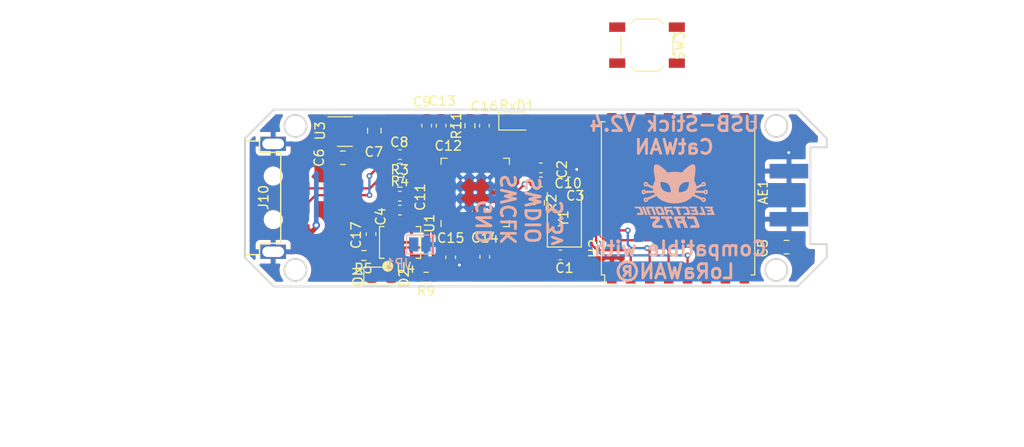
<source format=kicad_pcb>
(kicad_pcb (version 20211014) (generator pcbnew)
  (title_block (title "CatWAN USB-Stick") (date "2019-05-28") (rev "v2.4") (company "Electronic Cats") (comment 1 "Eduardo Contreras"))
  (layers (0 "F.Cu" signal) (31 "B.Cu" signal) (34 "B.Paste" user) (35 "F.Paste" user) (36 "B.SilkS" user "B.Silkscreen") (37 "F.SilkS" user "F.Silkscreen") (38 "B.Mask" user) (39 "F.Mask" user) (44 "Edge.Cuts" user))
  (net 0 "")
  (net 1 "GND")
  (net 2 "Net-(AE1-Pad1)")
  (net 3 "+3V3")
  (net 4 "Net-(C3-Pad1)")
  (net 7 "/RST")
  (net 8 "/DIO0")
  (net 9 "/DIO1")
  (net 10 "/DIO2")
  (net 11 "/DIO5")
  (net 12 "/SS")
  (net 13 "/MOSI")
  (net 14 "/SCK")
  (net 15 "/MISO")
  (net 16 "/RFM_RST")
  (net 17 "Net-(C1-Pad1)")
  (net 18 "+1V2")
  (net 19 "VBUS")
  (net 20 "/D-")
  (net 21 "/D+")
  (net 22 "Net-(D1-Pad2)")
  (net 23 "Net-(D2-Pad2)")
  (net 24 "/QSPI_CS")
  (net 25 "Net-(R2-Pad2)")
  (net 26 "/RD+")
  (net 27 "/RD-")
  (net 28 "/RX_LED")
  (net 49 "/QSPI_DATA3")
  (net 50 "/QSPI_SCK")
  (net 51 "/QSPI_DATA0")
  (net 52 "/QSPI_DATA2")
  (net 53 "/QSPI_DATA1")
  (footprint "agroin:SMA_EDGE" (layer "F.Cu") (at 176.292 113.8224 180)
    (fp_text reference "AE1" (at 5.332 1.7324 270) (layer "F.SilkS") (effects (font (size 0.9652 0.9652)) (justify right top)))
    (fp_text value "Antenna_Shield")
    (pad "1" smd rect locked (at 3.048 0 270) (size 1.016 2.032) (layers "F.Cu" "F.Paste" "F.Mask") (net 2 "Net-(AE1-Pad1)"))
    (pad "2" smd rect locked (at 2.032 -2.54 270) (size 1.524 4.064) (layers "B.Cu" "B.Paste" "B.Mask") (net 1 "GND"))
    (pad "2" smd rect locked (at 2.032 2.54 270) (size 1.524 4.064) (layers "F.Cu" "F.Paste" "F.Mask") (net 1 "GND"))
    (pad "2" smd rect locked (at 2.032 2.54 270) (size 1.524 4.064) (layers "B.Cu" "B.Paste" "B.Mask") (net 1 "GND"))
    (pad "2" smd rect locked (at 2.032 -2.54 270) (size 1.524 4.064) (layers "F.Cu" "F.Paste" "F.Mask") (net 1 "GND"))
  )
  (footprint "Connectors:C46394" (layer "F.Cu") (at 122.225 114.1 90)
    (fp_text reference "J10" (at 0.03 -3.465 90) (layer "F.SilkS"))
    (fp_text value "USB_B")
    (pad "" np_thru_hole circle locked (at 2.3 -2.45 90) (size 1 1) (drill 1) (layers *.Cu *.Mask))
    (pad "" np_thru_hole circle locked (at -2.3 -2.45 90) (size 1 1) (drill 1) (layers *.Cu *.Mask))
    (pad "1" smd rect locked (at -3.5 0 90) (size 1.4 2.8) (layers "F.Cu" "F.Paste" "F.Mask") (net 19 "VBUS"))
    (pad "2" smd rect locked (at -1 0 90) (size 1.4 2.8) (layers "F.Cu" "F.Paste" "F.Mask") (net 20 "/D-"))
    (pad "3" smd rect locked (at 1 0 90) (size 1.4 2.8) (layers "F.Cu" "F.Paste" "F.Mask") (net 21 "/D+"))
    (pad "4" smd rect locked (at 3.5 0 90) (size 1.4 2.8) (layers "F.Cu" "F.Paste" "F.Mask") (net 1 "GND"))
    (pad "5" thru_hole rect locked (at 5.7 -2.45 90) (size 1.5 2.7) (drill oval 1.1 2.3) (layers *.Cu *.Mask) (net 1 "GND"))
    (pad "5" thru_hole rect locked (at -5.7 -2.45 90) (size 1.5 2.7) (drill oval 1.1 2.3) (layers *.Cu *.Mask) (net 1 "GND"))
  )
  (footprint "RF_Module:HOPERF_RFM9XW_SMD" (layer "F.Cu") (at 162.55 114.15 90)
    (fp_text reference "U2" (at -5.3 -8.9 90) (layer "F.SilkS"))
    (fp_text value "RFM95W-868S2")
    (pad "1" smd rect locked (at -8 -7 90) (size 2 1) (layers "F.Cu" "F.Paste" "F.Mask") (net 1 "GND"))
    (pad "2" smd rect locked (at -8 -5 90) (size 2 1) (layers "F.Cu" "F.Paste" "F.Mask") (net 15 "/MISO"))
    (pad "3" smd rect locked (at -8 -3 90) (size 2 1) (layers "F.Cu" "F.Paste" "F.Mask") (net 13 "/MOSI"))
    (pad "4" smd rect locked (at -8 -1 90) (size 2 1) (layers "F.Cu" "F.Paste" "F.Mask") (net 14 "/SCK"))
    (pad "5" smd rect locked (at -8 1 90) (size 2 1) (layers "F.Cu" "F.Paste" "F.Mask") (net 12 "/SS"))
    (pad "6" smd rect locked (at -8 3 90) (size 2 1) (layers "F.Cu" "F.Paste" "F.Mask") (net 16 "/RFM_RST"))
    (pad "7" smd rect locked (at -8 5 90) (size 2 1) (layers "F.Cu" "F.Paste" "F.Mask") (net 11 "/DIO5"))
    (pad "8" smd rect locked (at -8 7 90) (size 2 1) (layers "F.Cu" "F.Paste" "F.Mask") (net 1 "GND"))
    (pad "9" smd rect locked (at 8 7 90) (size 2 1) (layers "F.Cu" "F.Paste" "F.Mask") (net 2 "Net-(AE1-Pad1)"))
    (pad "10" smd rect locked (at 8 5 90) (size 2 1) (layers "F.Cu" "F.Paste" "F.Mask") (net 1 "GND"))
    (pad "11" smd rect locked (at 8 3 90) (size 2 1) (layers "F.Cu" "F.Paste" "F.Mask"))
    (pad "12" smd rect locked (at 8 1 90) (size 2 1) (layers "F.Cu" "F.Paste" "F.Mask"))
    (pad "13" smd rect locked (at 8 -1 90) (size 2 1) (layers "F.Cu" "F.Paste" "F.Mask") (net 3 "+3V3"))
    (pad "14" smd rect locked (at 8 -3 90) (size 2 1) (layers "F.Cu" "F.Paste" "F.Mask") (net 8 "/DIO0"))
    (pad "15" smd rect locked (at 8 -5 90) (size 2 1) (layers "F.Cu" "F.Paste" "F.Mask") (net 9 "/DIO1"))
    (pad "16" smd rect locked (at 8 -7 90) (size 2 1) (layers "F.Cu" "F.Paste" "F.Mask") (net 10 "/DIO2"))
  )
  (footprint "Resistor_SMD:R_0603_1608Metric" (layer "F.Cu") (at 135.93 122.49 180)
    (fp_text reference "R9" (at 0 -1.43 180) (layer "F.SilkS"))
    (fp_text value "120R")
    (pad "1" smd roundrect locked (at -0.825 0 180) (size 0.8 0.95) (layers "F.Cu" "F.Paste" "F.Mask") (net 3 "+3V3"))
    (pad "2" smd roundrect locked (at 0.825 0 180) (size 0.8 0.95) (layers "F.Cu" "F.Paste" "F.Mask") (net 23 "Net-(D2-Pad2)"))
  )
  (footprint "Resistor_SMD:R_0603_1608Metric" (layer "F.Cu") (at 140.565 106.475 90)
    (fp_text reference "R11" (at 0 -1.43 90) (layer "F.SilkS"))
    (fp_text value "120R")
    (pad "1" smd roundrect locked (at -0.825 0 90) (size 0.8 0.95) (layers "F.Cu" "F.Paste" "F.Mask") (net 28 "/RX_LED"))
    (pad "2" smd roundrect locked (at 0.825 0 90) (size 0.8 0.95) (layers "F.Cu" "F.Paste" "F.Mask") (net 22 "Net-(D1-Pad2)"))
  )
  (footprint "Capacitor_SMD:C_0805_2012Metric_Pad1.15x1.40mm_HandSolder" (layer "F.Cu") (at 174.01 119.31)
    (fp_text reference "C5" (at -2.51 0.12 90) (layer "F.SilkS"))
    (fp_text value "0.1uF")
    (pad "1" smd roundrect locked (at -1.025 0) (size 1.15 1.4) (layers "F.Cu" "F.Paste" "F.Mask") (roundrect_rratio 0.217391) (net 3 "+3V3"))
    (pad "2" smd roundrect locked (at 1.025 0) (size 1.15 1.4) (layers "F.Cu" "F.Paste" "F.Mask") (roundrect_rratio 0.217391) (net 1 "GND"))
  )
  (footprint "Capacitor_SMD:C_0805_2012Metric_Pad1.15x1.40mm_HandSolder" (layer "F.Cu") (at 127.135 109.87)
    (fp_text reference "C6" (at -2.51 -0.005 90) (layer "F.SilkS"))
    (fp_text value "10uF")
    (pad "1" smd roundrect locked (at -1.025 0) (size 1.15 1.4) (layers "F.Cu" "F.Paste" "F.Mask") (roundrect_rratio 0.217391) (net 19 "VBUS"))
    (pad "2" smd roundrect locked (at 1.025 0) (size 1.15 1.4) (layers "F.Cu" "F.Paste" "F.Mask") (roundrect_rratio 0.217391) (net 1 "GND"))
  )
  (footprint "Capacitor_SMD:C_0805_2012Metric_Pad1.15x1.40mm_HandSolder" (layer "F.Cu") (at 130.46 107 90)
    (fp_text reference "C7" (at -2.255 -0.05) (layer "F.SilkS"))
    (fp_text value "10uF")
    (pad "1" smd roundrect locked (at -1.025 0 90) (size 1.15 1.4) (layers "F.Cu" "F.Paste" "F.Mask") (roundrect_rratio 0.217391) (net 3 "+3V3"))
    (pad "2" smd roundrect locked (at 1.025 0 90) (size 1.15 1.4) (layers "F.Cu" "F.Paste" "F.Mask") (roundrect_rratio 0.217391) (net 1 "GND"))
  )
  (footprint "LED_SMD:LED_0805_2012Metric_Pad1.15x1.40mm_HandSolder" (layer "F.Cu") (at 145.4725 105.98)
    (fp_text reference "D1" (at 0.97 -1.63) (layer "F.SilkS"))
    (fp_text value "Rx" (at -0.9 -1.66) (layer "F.SilkS"))
    (pad "1" smd roundrect locked (at -1.025 0) (size 1.15 1.4) (layers "F.Cu" "F.Paste" "F.Mask") (roundrect_rratio 0.217391) (net 1 "GND"))
    (pad "2" smd roundrect locked (at 1.025 0) (size 1.15 1.4) (layers "F.Cu" "F.Paste" "F.Mask") (roundrect_rratio 0.217391) (net 22 "Net-(D1-Pad2)"))
  )
  (footprint "LED_SMD:LED_0805_2012Metric_Pad1.15x1.40mm_HandSolder" (layer "F.Cu") (at 131.21 122.38)
    (fp_text reference "D2" (at 2.38 0.16 270) (layer "F.SilkS"))
    (fp_text value "ON")
    (pad "1" smd roundrect locked (at -1.025 0) (size 1.15 1.4) (layers "F.Cu" "F.Paste" "F.Mask") (roundrect_rratio 0.217391) (net 1 "GND"))
    (pad "2" smd roundrect locked (at 1.025 0) (size 1.15 1.4) (layers "F.Cu" "F.Paste" "F.Mask") (roundrect_rratio 0.217391) (net 23 "Net-(D2-Pad2)"))
  )
  (footprint "Crystal:Crystal_SMD_5032-2Pin_5.0x3.2mm" (layer "F.Cu") (at 150.535 116.25 90)
    (fp_text reference "Y1" (at -0.04 -0.09 90) (layer "F.SilkS"))
    (fp_text value "12Mhz")
    (pad "1" smd rect (at -1.85 0 90) (size 2 2.4) (layers "F.Cu" "F.Paste" "F.Mask") (net 17 "Net-(C1-Pad1)"))
    (pad "2" smd rect (at 1.85 0 90) (size 2 2.4) (layers "F.Cu" "F.Paste" "F.Mask") (net 4 "Net-(C3-Pad1)"))
  )
  (footprint "Capacitor_SMD:C_0603_1608Metric" (layer "F.Cu") (at 151.02 112.42)
    (fp_text reference "C3" (at 0.67 1.46) (layer "F.SilkS"))
    (fp_text value "27pF")
    (pad "1" smd roundrect (at -0.775 0) (size 0.9 0.95) (layers "F.Cu" "F.Paste" "F.Mask") (net 4 "Net-(C3-Pad1)"))
    (pad "2" smd roundrect (at 0.775 0) (size 0.9 0.95) (layers "F.Cu" "F.Paste" "F.Mask") (net 1 "GND"))
  )
  (footprint "Capacitor_SMD:C_0603_1608Metric" (layer "F.Cu") (at 130.11 117.93 -90)
    (fp_text reference "C17" (at 0.12 1.58 90) (layer "F.SilkS"))
    (fp_text value "0.1uF")
    (pad "1" smd roundrect (at -0.775 0 270) (size 0.9 0.95) (layers "F.Cu" "F.Paste" "F.Mask") (net 3 "+3V3"))
    (pad "2" smd roundrect (at 0.775 0 270) (size 0.9 0.95) (layers "F.Cu" "F.Paste" "F.Mask") (net 1 "GND"))
  )
  (footprint "Capacitor_SMD:C_0603_1608Metric" (layer "F.Cu") (at 135.99 106.475 90)
    (fp_text reference "C9" (at 2.53 -0.49) (layer "F.SilkS"))
    (fp_text value "1uF")
    (pad "1" smd roundrect (at -0.775 0 90) (size 0.9 0.95) (layers "F.Cu" "F.Paste" "F.Mask") (net 3 "+3V3"))
    (pad "2" smd roundrect (at 0.775 0 90) (size 0.9 0.95) (layers "F.Cu" "F.Paste" "F.Mask") (net 1 "GND"))
  )
  (footprint "Capacitor_SMD:C_0603_1608Metric" (layer "F.Cu") (at 142.13 120.33 -90)
    (fp_text reference "C14" (at -2.01 0) (layer "F.SilkS"))
    (fp_text value "0.1uF")
    (pad "1" smd roundrect (at -0.775 0 270) (size 0.9 0.95) (layers "F.Cu" "F.Paste" "F.Mask") (net 3 "+3V3"))
    (pad "2" smd roundrect (at 0.775 0 270) (size 0.9 0.95) (layers "F.Cu" "F.Paste" "F.Mask") (net 1 "GND"))
  )
  (footprint "Capacitor_SMD:C_0603_1608Metric" (layer "F.Cu") (at 139.04 106.475 90)
    (fp_text reference "C12" (at -2.13 -0.77 180) (layer "F.SilkS"))
    (fp_text value "0.1uF")
    (pad "1" smd roundrect (at -0.775 0 90) (size 0.9 0.95) (layers "F.Cu" "F.Paste" "F.Mask") (net 3 "+3V3"))
    (pad "2" smd roundrect (at 0.775 0 90) (size 0.9 0.95) (layers "F.Cu" "F.Paste" "F.Mask") (net 1 "GND"))
  )
  (footprint "Capacitor_SMD:C_0603_1608Metric" (layer "F.Cu") (at 142.09 106.475 90)
    (fp_text reference "C16" (at 2.03 0) (layer "F.SilkS"))
    (fp_text value "0.1uF")
    (pad "1" smd roundrect (at -0.775 0 90) (size 0.9 0.95) (layers "F.Cu" "F.Paste" "F.Mask") (net 3 "+3V3"))
    (pad "2" smd roundrect (at 0.775 0 90) (size 0.9 0.95) (layers "F.Cu" "F.Paste" "F.Mask") (net 1 "GND"))
  )
  (footprint "RP2040:W25Q16JVUUIQ" (layer "F.Cu") (at 133.18 118.8111 90)
    (fp_text reference "U4" (at -2.7011 0.5911) (layer "F.SilkS"))
    (fp_text value "W25Q16JV")
    (pad "1" smd rect (at -1.3692 -1.20015 90) (size 0.960399 0.3056) (layers "F.Cu" "F.Paste" "F.Mask") (net 24 "/QSPI_CS"))
    (pad "2" smd rect (at -1.3692 -0.40005 90) (size 0.960399 0.3056) (layers "F.Cu" "F.Paste" "F.Mask") (net 53 "/QSPI_DATA1"))
    (pad "3" smd rect (at -1.3692 0.40005 90) (size 0.960399 0.3056) (layers "F.Cu" "F.Paste" "F.Mask") (net 52 "/QSPI_DATA2"))
    (pad "4" smd rect (at -1.3692 1.20015 90) (size 0.960399 0.3056) (layers "F.Cu" "F.Paste" "F.Mask") (net 1 "GND"))
    (pad "5" smd rect (at 1.3692 1.20015 90) (size 0.960399 0.3056) (layers "F.Cu" "F.Paste" "F.Mask") (net 51 "/QSPI_DATA0"))
    (pad "6" smd rect (at 1.3692 0.40005 90) (size 0.960399 0.3056) (layers "F.Cu" "F.Paste" "F.Mask") (net 50 "/QSPI_SCK"))
    (pad "7" smd rect (at 1.3692 -0.40005 90) (size 0.960399 0.3056) (layers "F.Cu" "F.Paste" "F.Mask") (net 49 "/QSPI_DATA3"))
    (pad "8" smd rect (at 1.3692 -1.20015 90) (size 0.960399 0.3056) (layers "F.Cu" "F.Paste" "F.Mask") (net 3 "+3V3"))
    (pad "9" smd rect (at 0 -0.84455 90) (size 0.3048 0.889) (layers "F.Cu" "F.Paste" "F.Mask"))
    (pad "10" smd rect (at 0 0.75565 90) (size 0.3048 0.889) (layers "F.Cu" "F.Paste" "F.Mask"))
  )
  (footprint "Capacitor_SMD:C_0603_1608Metric" (layer "F.Cu") (at 138.53 120.38 -90)
    (fp_text reference "C15" (at -2.032 0) (layer "F.SilkS"))
    (fp_text value "0.1uF")
    (pad "1" smd roundrect (at -0.775 0 270) (size 0.9 0.95) (layers "F.Cu" "F.Paste" "F.Mask") (net 3 "+3V3"))
    (pad "2" smd roundrect (at 0.775 0 270) (size 0.9 0.95) (layers "F.Cu" "F.Paste" "F.Mask") (net 1 "GND"))
  )
  (footprint "Button_Switch_SMD:SW_SPST_TL3342" (layer "F.Cu") (at 159.27 97.97)
    (fp_text reference "SW3" (at 3.45 0.04 90) (layer "F.SilkS"))
    (fp_text value "RST")
    (pad "1" smd rect (at -3.15 -1.9) (size 1.7 1) (layers "F.Cu" "F.Paste" "F.Mask") (net 7 "/RST"))
    (pad "1" smd rect (at 3.15 -1.9) (size 1.7 1) (layers "F.Cu" "F.Paste" "F.Mask") (net 7 "/RST"))
    (pad "2" smd rect (at -3.15 1.9) (size 1.7 1) (layers "F.Cu" "F.Paste" "F.Mask") (net 1 "GND"))
    (pad "2" smd rect (at 3.15 1.9) (size 1.7 1) (layers "F.Cu" "F.Paste" "F.Mask") (net 1 "GND"))
  )
  (footprint "Capacitor_SMD:C_0603_1608Metric" (layer "F.Cu") (at 133.16 115.4 180)
    (fp_text reference "C4" (at 2.03 -0.67 90) (layer "F.SilkS"))
    (fp_text value "0.1uF")
    (pad "1" smd roundrect (at -0.775 0 180) (size 0.9 0.95) (layers "F.Cu" "F.Paste" "F.Mask") (net 18 "+1V2"))
    (pad "2" smd roundrect (at 0.775 0 180) (size 0.9 0.95) (layers "F.Cu" "F.Paste" "F.Mask") (net 1 "GND"))
  )
  (footprint "Resistor_SMD:R_0603_1608Metric" (layer "F.Cu") (at 133.15 110.99)
    (fp_text reference "R4" (at 0 1.37) (layer "F.SilkS"))
    (fp_text value "27")
    (pad "1" smd roundrect (at -0.825 0) (size 0.8 0.95) (layers "F.Cu" "F.Paste" "F.Mask") (net 20 "/D-"))
    (pad "2" smd roundrect (at 0.825 0) (size 0.8 0.95) (layers "F.Cu" "F.Paste" "F.Mask") (net 27 "/RD-"))
  )
  (footprint "Capacitor_SMD:C_0603_1608Metric" (layer "F.Cu") (at 133.16 109.53 180)
    (fp_text reference "C8" (at 0.06 1.3) (layer "F.SilkS"))
    (fp_text value "0.1uF")
    (pad "1" smd roundrect (at -0.775 0 180) (size 0.9 0.95) (layers "F.Cu" "F.Paste" "F.Mask") (net 18 "+1V2"))
    (pad "2" smd roundrect (at 0.775 0 180) (size 0.9 0.95) (layers "F.Cu" "F.Paste" "F.Mask") (net 1 "GND"))
  )
  (footprint "Resistor_SMD:R_0603_1608Metric" (layer "F.Cu") (at 147.905 114.625 90)
    (fp_text reference "R2" (at -0.02 1.28 90) (layer "F.SilkS"))
    (fp_text value "1K")
    (pad "1" smd roundrect (at -0.825 0 90) (size 0.8 0.95) (layers "F.Cu" "F.Paste" "F.Mask") (net 4 "Net-(C3-Pad1)"))
    (pad "2" smd roundrect (at 0.825 0 90) (size 0.8 0.95) (layers "F.Cu" "F.Paste" "F.Mask") (net 25 "Net-(R2-Pad2)"))
  )
  (footprint "Resistor_SMD:R_0603_1608Metric" (layer "F.Cu") (at 129.355 120.19)
    (fp_text reference "R5" (at -0.05 1.38) (layer "F.SilkS"))
    (fp_text value "10K")
    (pad "1" smd roundrect (at -0.825 0) (size 0.8 0.95) (layers "F.Cu" "F.Paste" "F.Mask") (net 3 "+3V3"))
    (pad "2" smd roundrect (at 0.825 0) (size 0.8 0.95) (layers "F.Cu" "F.Paste" "F.Mask") (net 24 "/QSPI_CS"))
  )
  (footprint "Resistor_SMD:R_0603_1608Metric" (layer "F.Cu") (at 133.155 112.45)
    (fp_text reference "R3" (at -0.01 -1.3 180) (layer "F.SilkS"))
    (fp_text value "27")
    (pad "1" smd roundrect (at -0.825 0) (size 0.8 0.95) (layers "F.Cu" "F.Paste" "F.Mask") (net 21 "/D+"))
    (pad "2" smd roundrect (at 0.825 0) (size 0.8 0.95) (layers "F.Cu" "F.Paste" "F.Mask") (net 26 "/RD+"))
  )
  (footprint "Capacitor_SMD:C_0603_1608Metric" (layer "F.Cu") (at 137.515 106.475 90)
    (fp_text reference "C13" (at 2.605 0.12 180) (layer "F.SilkS"))
    (fp_text value "0.1uF")
    (pad "1" smd roundrect (at -0.775 0 90) (size 0.9 0.95) (layers "F.Cu" "F.Paste" "F.Mask") (net 3 "+3V3"))
    (pad "2" smd roundrect (at 0.775 0 90) (size 0.9 0.95) (layers "F.Cu" "F.Paste" "F.Mask") (net 1 "GND"))
  )
  (footprint "RP2040:RP2040-QFN-56" (layer "F.Cu") (at 141.12 113.53 90)
    (fp_text reference "U1" (at -3.26 -4.83 90) (layer "F.SilkS"))
    (fp_text value "RP2040")
    (pad "1" smd roundrect (at -3.4375 -2.6 90) (size 0.875 0.2) (layers "F.Cu" "F.Paste" "F.Mask") (net 3 "+3V3"))
    (pad "2" smd roundrect (at -3.4375 -2.2 90) (size 0.875 0.2) (layers "F.Cu" "F.Paste" "F.Mask"))
    (pad "3" smd roundrect (at -3.4375 -1.8 90) (size 0.875 0.2) (layers "F.Cu" "F.Paste" "F.Mask"))
    (pad "4" smd roundrect (at -3.4375 -1.4 90) (size 0.875 0.2) (layers "F.Cu" "F.Paste" "F.Mask"))
    (pad "5" smd roundrect (at -3.4375 -1 90) (size 0.875 0.2) (layers "F.Cu" "F.Paste" "F.Mask"))
    (pad "6" smd roundrect (at -3.4375 -0.6 90) (size 0.875 0.2) (layers "F.Cu" "F.Paste" "F.Mask"))
    (pad "7" smd roundrect (at -3.4375 -0.2 90) (size 0.875 0.2) (layers "F.Cu" "F.Paste" "F.Mask"))
    (pad "8" smd roundrect (at -3.4375 0.2 90) (size 0.875 0.2) (layers "F.Cu" "F.Paste" "F.Mask"))
    (pad "9" smd roundrect (at -3.4375 0.6 90) (size 0.875 0.2) (layers "F.Cu" "F.Paste" "F.Mask"))
    (pad "10" smd roundrect (at -3.4375 1 90) (size 0.875 0.2) (layers "F.Cu" "F.Paste" "F.Mask") (net 3 "+3V3"))
    (pad "11" smd roundrect (at -3.4375 1.4 90) (size 0.875 0.2) (layers "F.Cu" "F.Paste" "F.Mask"))
    (pad "12" smd roundrect (at -3.4375 1.8 90) (size 0.875 0.2) (layers "F.Cu" "F.Paste" "F.Mask"))
    (pad "13" smd roundrect (at -3.4375 2.2 90) (size 0.875 0.2) (layers "F.Cu" "F.Paste" "F.Mask") (net 8 "/DIO0"))
    (pad "14" smd roundrect (at -3.4375 2.6 90) (size 0.875 0.2) (layers "F.Cu" "F.Paste" "F.Mask") (net 9 "/DIO1"))
    (pad "15" smd roundrect (at -2.6 3.4375 90) (size 0.2 0.875) (layers "F.Cu" "F.Paste" "F.Mask") (net 10 "/DIO2"))
    (pad "16" smd roundrect (at -2.2 3.4375 90) (size 0.2 0.875) (layers "F.Cu" "F.Paste" "F.Mask"))
    (pad "17" smd roundrect (at -1.8 3.4375 90) (size 0.2 0.875) (layers "F.Cu" "F.Paste" "F.Mask"))
    (pad "18" smd roundrect (at -1.4 3.4375 90) (size 0.2 0.875) (layers "F.Cu" "F.Paste" "F.Mask") (net 11 "/DIO5"))
    (pad "19" smd roundrect (at -1 3.4375 90) (size 0.2 0.875) (layers "F.Cu" "F.Paste" "F.Mask") (net 1 "GND"))
    (pad "20" smd roundrect (at -0.6 3.4375 90) (size 0.2 0.875) (layers "F.Cu" "F.Paste" "F.Mask") (net 17 "Net-(C1-Pad1)"))
    (pad "21" smd roundrect (at -0.2 3.4375 90) (size 0.2 0.875) (layers "F.Cu" "F.Paste" "F.Mask") (net 25 "Net-(R2-Pad2)"))
    (pad "22" smd roundrect (at 0.2 3.4375 90) (size 0.2 0.875) (layers "F.Cu" "F.Paste" "F.Mask") (net 3 "+3V3"))
    (pad "23" smd roundrect (at 0.6 3.4375 90) (size 0.2 0.875) (layers "F.Cu" "F.Paste" "F.Mask") (net 18 "+1V2"))
    (pad "24" smd roundrect (at 1 3.4375 90) (size 0.2 0.875) (layers "F.Cu" "F.Paste" "F.Mask"))
    (pad "25" smd roundrect (at 1.4 3.4375 90) (size 0.2 0.875) (layers "F.Cu" "F.Paste" "F.Mask"))
    (pad "26" smd roundrect (at 1.8 3.4375 90) (size 0.2 0.875) (layers "F.Cu" "F.Paste" "F.Mask") (net 7 "/RST"))
    (pad "27" smd roundrect (at 2.2 3.4375 90) (size 0.2 0.875) (layers "F.Cu" "F.Paste" "F.Mask") (net 15 "/MISO"))
    (pad "28" smd roundrect (at 2.6 3.4375 90) (size 0.2 0.875) (layers "F.Cu" "F.Paste" "F.Mask") (net 12 "/SS"))
    (pad "29" smd roundrect (at 3.4375 2.6 90) (size 0.875 0.2) (layers "F.Cu" "F.Paste" "F.Mask") (net 14 "/SCK"))
    (pad "30" smd roundrect (at 3.4375 2.2 90) (size 0.875 0.2) (layers "F.Cu" "F.Paste" "F.Mask") (net 13 "/MOSI"))
    (pad "31" smd roundrect (at 3.4375 1.8 90) (size 0.875 0.2) (layers "F.Cu" "F.Paste" "F.Mask"))
    (pad "32" smd roundrect (at 3.4375 1.4 90) (size 0.875 0.2) (layers "F.Cu" "F.Paste" "F.Mask") (net 16 "/RFM_RST"))
    (pad "33" smd roundrect (at 3.4375 1 90) (size 0.875 0.2) (layers "F.Cu" "F.Paste" "F.Mask") (net 3 "+3V3"))
    (pad "34" smd roundrect (at 3.4375 0.6 90) (size 0.875 0.2) (layers "F.Cu" "F.Paste" "F.Mask"))
    (pad "35" smd roundrect (at 3.4375 0.2 90) (size 0.875 0.2) (layers "F.Cu" "F.Paste" "F.Mask"))
    (pad "36" smd roundrect (at 3.4375 -0.2 90) (size 0.875 0.2) (layers "F.Cu" "F.Paste" "F.Mask"))
    (pad "37" smd roundrect (at 3.4375 -0.6 90) (size 0.875 0.2) (layers "F.Cu" "F.Paste" "F.Mask") (net 28 "/RX_LED"))
    (pad "38" smd roundrect (at 3.4375 -1 90) (size 0.875 0.2) (layers "F.Cu" "F.Paste" "F.Mask"))
    (pad "39" smd roundrect (at 3.4375 -1.4 90) (size 0.875 0.2) (layers "F.Cu" "F.Paste" "F.Mask"))
    (pad "40" smd roundrect (at 3.4375 -1.8 90) (size 0.875 0.2) (layers "F.Cu" "F.Paste" "F.Mask"))
    (pad "41" smd roundrect (at 3.4375 -2.2 90) (size 0.875 0.2) (layers "F.Cu" "F.Paste" "F.Mask"))
    (pad "42" smd roundrect (at 3.4375 -2.6 90) (size 0.875 0.2) (layers "F.Cu" "F.Paste" "F.Mask") (net 3 "+3V3"))
    (pad "43" smd roundrect (at 2.6 -3.4375 90) (size 0.2 0.875) (layers "F.Cu" "F.Paste" "F.Mask") (net 3 "+3V3"))
    (pad "44" smd roundrect (at 2.2 -3.4375 90) (size 0.2 0.875) (layers "F.Cu" "F.Paste" "F.Mask") (net 3 "+3V3"))
    (pad "45" smd roundrect (at 1.8 -3.4375 90) (size 0.2 0.875) (layers "F.Cu" "F.Paste" "F.Mask") (net 18 "+1V2"))
    (pad "46" smd roundrect (at 1.4 -3.4375 90) (size 0.2 0.875) (layers "F.Cu" "F.Paste" "F.Mask") (net 27 "/RD-"))
    (pad "47" smd roundrect (at 1 -3.4375 90) (size 0.2 0.875) (layers "F.Cu" "F.Paste" "F.Mask") (net 26 "/RD+"))
    (pad "48" smd roundrect (at 0.6 -3.4375 90) (size 0.2 0.875) (layers "F.Cu" "F.Paste" "F.Mask") (net 3 "+3V3"))
    (pad "49" smd roundrect (at 0.2 -3.4375 90) (size 0.2 0.875) (layers "F.Cu" "F.Paste" "F.Mask") (net 3 "+3V3"))
    (pad "50" smd roundrect (at -0.2 -3.4375 90) (size 0.2 0.875) (layers "F.Cu" "F.Paste" "F.Mask") (net 18 "+1V2"))
    (pad "51" smd roundrect (at -0.6 -3.4375 90) (size 0.2 0.875) (layers "F.Cu" "F.Paste" "F.Mask") (net 49 "/QSPI_DATA3"))
    (pad "52" smd roundrect (at -1 -3.4375 90) (size 0.2 0.875) (layers "F.Cu" "F.Paste" "F.Mask") (net 50 "/QSPI_SCK"))
    (pad "53" smd roundrect (at -1.4 -3.4375 90) (size 0.2 0.875) (layers "F.Cu" "F.Paste" "F.Mask") (net 51 "/QSPI_DATA0"))
    (pad "54" smd roundrect (at -1.8 -3.4375 90) (size 0.2 0.875) (layers "F.Cu" "F.Paste" "F.Mask") (net 52 "/QSPI_DATA2"))
    (pad "55" smd roundrect (at -2.2 -3.4375 90) (size 0.2 0.875) (layers "F.Cu" "F.Paste" "F.Mask") (net 53 "/QSPI_DATA1"))
    (pad "56" smd roundrect (at -2.6 -3.4375 90) (size 0.2 0.875) (layers "F.Cu" "F.Paste" "F.Mask") (net 24 "/QSPI_CS"))
    (pad "57" thru_hole circle (at 0 -1.275 90) (size 0.6 0.6) (drill 0.35) (layers *.Cu) (net 1 "GND"))
    (pad "57" thru_hole circle (at -1.275 -1.275 90) (size 0.6 0.6) (drill 0.35) (layers *.Cu) (net 1 "GND"))
    (pad "57" thru_hole circle (at -1.275 1.275 90) (size 0.6 0.6) (drill 0.35) (layers *.Cu) (net 1 "GND"))
    (pad "57" thru_hole circle (at 0 1.275 90) (size 0.6 0.6) (drill 0.35) (layers *.Cu) (net 1 "GND"))
    (pad "57" thru_hole circle (at -1.275 0 90) (size 0.6 0.6) (drill 0.35) (layers *.Cu) (net 1 "GND"))
    (pad "57" thru_hole circle (at 1.275 -1.275 90) (size 0.6 0.6) (drill 0.35) (layers *.Cu) (net 1 "GND"))
    (pad "57" smd roundrect (at 0 0 90) (size 3.2 3.2) (layers "F.Cu" "F.Mask") (roundrect_rratio 0.045) (net 1 "GND"))
    (pad "57" thru_hole circle (at 1.275 0 90) (size 0.6 0.6) (drill 0.35) (layers *.Cu) (net 1 "GND"))
    (pad "57" thru_hole circle (at 1.275 1.275 90) (size 0.6 0.6) (drill 0.35) (layers *.Cu) (net 1 "GND"))
    (pad "57" thru_hole circle (at 0 0 90) (size 0.6 0.6) (drill 0.35) (layers *.Cu) (net 1 "GND"))
  )
  (footprint "Capacitor_SMD:C_0603_1608Metric" (layer "F.Cu") (at 150.105 120.13)
    (fp_text reference "C1" (at 0.44 1.39) (layer "F.SilkS"))
    (fp_text value "27pF")
    (pad "1" smd roundrect (at -0.775 0) (size 0.9 0.95) (layers "F.Cu" "F.Paste" "F.Mask") (net 17 "Net-(C1-Pad1)"))
    (pad "2" smd roundrect (at 0.775 0) (size 0.9 0.95) (layers "F.Cu" "F.Paste" "F.Mask") (net 1 "GND"))
  )
  (footprint "Capacitor_SMD:C_0603_1608Metric" (layer "F.Cu") (at 133.15 113.93 180)
    (fp_text reference "C11" (at -2.155 -0.1 90) (layer "F.SilkS"))
    (fp_text value "0.1uF")
    (pad "1" smd roundrect (at -0.775 0 180) (size 0.9 0.95) (layers "F.Cu" "F.Paste" "F.Mask") (net 3 "+3V3"))
    (pad "2" smd roundrect (at 0.775 0 180) (size 0.9 0.95) (layers "F.Cu" "F.Paste" "F.Mask") (net 1 "GND"))
  )
  (footprint "Capacitor_SMD:C_0603_1608Metric" (layer "F.Cu") (at 148.06 112.42)
    (fp_text reference "C10" (at 2.87 0.15) (layer "F.SilkS"))
    (fp_text value "0.1uF")
    (pad "1" smd roundrect (at -0.775 0) (size 0.9 0.95) (layers "F.Cu" "F.Paste" "F.Mask") (net 3 "+3V3"))
    (pad "2" smd roundrect (at 0.775 0) (size 0.9 0.95) (layers "F.Cu" "F.Paste" "F.Mask") (net 1 "GND"))
  )
  (footprint "Package_TO_SOT_SMD:SOT-23-5" (layer "F.Cu") (at 127.35 107.1)
    (fp_text reference "U3" (at -2.62 -0.08 90) (layer "F.SilkS"))
    (fp_text value "AP2112K-3.3")
    (pad "1" smd roundrect (at -1.1375 -0.95) (size 1.325 0.6) (layers "F.Cu" "F.Paste" "F.Mask") (net 19 "VBUS"))
    (pad "2" smd roundrect (at -1.1375 0) (size 1.325 0.6) (layers "F.Cu" "F.Paste" "F.Mask") (net 1 "GND"))
    (pad "3" smd roundrect (at -1.1375 0.95) (size 1.325 0.6) (layers "F.Cu" "F.Paste" "F.Mask") (net 19 "VBUS"))
    (pad "4" smd roundrect (at 1.1375 0.95) (size 1.325 0.6) (layers "F.Cu" "F.Paste" "F.Mask"))
    (pad "5" smd roundrect (at 1.1375 -0.95) (size 1.325 0.6) (layers "F.Cu" "F.Paste" "F.Mask") (net 3 "+3V3"))
  )
  (footprint "Capacitor_SMD:C_0603_1608Metric" (layer "F.Cu") (at 148.06 110.94)
    (fp_text reference "C2" (at 2.23 0.15 90) (layer "F.SilkS"))
    (fp_text value "1uF")
    (pad "1" smd roundrect (at -0.775 0) (size 0.9 0.95) (layers "F.Cu" "F.Paste" "F.Mask") (net 18 "+1V2"))
    (pad "2" smd roundrect (at 0.775 0) (size 0.9 0.95) (layers "F.Cu" "F.Paste" "F.Mask") (net 1 "GND"))
  )
  (footprint "Aesthetics:electronic_cats_logo_8x6" (layer "B.Cu") (at 162.192 113.9224 180)
    (fp_text reference "G***" hide)
    (fp_text value "LOGO" hide)
  )
  (footprint "Jumper:SolderJumper-2_P1.3mm_Open_Pad1.0x1.5mm" (layer "B.Cu") (at 135.27 119.03 180)
    (fp_text reference "JP1" (at 2.29 -2.03) (layer "B.SilkS") (effects (justify mirror)))
    (fp_text value "BOOT")
    (pad "1" smd rect (at -0.65 0 180) (size 1 1.5) (layers "B.Cu" "B.Mask") (net 1 "GND"))
    (pad "2" smd rect (at 0.65 0 180) (size 1 1.5) (layers "B.Cu" "B.Mask") (net 24 "/QSPI_CS"))
  )
  (gr_circle (center 172.9232 121.7168) (end 174.0916 121.7168) (layer "Edge.Cuts") (width 0.2) (fill none))
  (gr_line (start 178.2572 120.396) (end 175.2092 123.444) (layer "Edge.Cuts") (width 0.2))
  (gr_line (start 116.7892 107.823) (end 119.8372 104.775) (layer "Edge.Cuts") (width 0.2))
  (gr_line (start 178.2572 118.999) (end 178.2572 120.396) (layer "Edge.Cuts") (width 0.2))
  (gr_circle (center 122.1232 106.5022) (end 123.2916 106.5022) (layer "Edge.Cuts") (width 0.2) (fill none))
  (gr_circle (center 172.9232 106.5022) (end 174.0916 106.5022) (layer "Edge.Cuts") (width 0.2) (fill none))
  (gr_line (start 116.7892 120.4214) (end 119.8372 123.4694) (layer "Edge.Cuts") (width 0.2))
  (gr_line (start 116.7892 107.823) (end 116.7892 120.4214) (layer "Edge.Cuts") (width 0.2))
  (gr_circle (center 122.1232 121.7168) (end 123.2916 121.7168) (layer "Edge.Cuts") (width 0.2) (fill none))
  (gr_line (start 178.2572 107.823) (end 175.2346 104.775) (layer "Edge.Cuts") (width 0.2))
  (gr_line (start 178.2572 107.823) (end 178.2572 108.7628) (layer "Edge.Cuts") (width 0.2))
  (gr_line (start 176.53 108.7628) (end 176.53 118.999) (layer "Edge.Cuts") (width 0.2))
  (gr_line (start 119.8372 123.4694) (end 175.2092 123.444) (layer "Edge.Cuts") (width 0.2))
  (gr_line (start 119.8372 104.775) (end 175.2346 104.775) (layer "Edge.Cuts") (width 0.2))
  (gr_line (start 178.2572 118.999) (end 176.53 118.999) (layer "Edge.Cuts") (width 0.2))
  (gr_line (start 178.2572 108.7628) (end 176.53 108.7628) (layer "Edge.Cuts") (width 0.2))
  (gr_text "Compatible with \nLoRaWAN®" (at 162.192 120.6724) (layer "B.SilkS") (effects (font (size 1.5 1.5) (thickness 0.3)) (justify mirror)))
  (gr_text "GND" (at 142.092 116.6224 90) (layer "B.SilkS") (effects (font (size 1.5 1.5) (thickness 0.3)) (justify mirror)))
  (gr_text "SWCLK" (at 144.692 115.3224 90) (layer "B.SilkS") (effects (font (size 1.5 1.5) (thickness 0.3)) (justify mirror)))
  (gr_text "USB-Stick V2.4\nCatWAN" (at 162.142 107.5224) (layer "B.SilkS") (effects (font (size 1.5 1.5) (thickness 0.3)) (justify mirror)))
  (gr_text "3.3v\n" (at 149.592 116.8224 90) (layer "B.SilkS") (effects (font (size 1.5 1.5) (thickness 0.3)) (justify mirror)))
  (gr_text "SWDIO" (at 147.292 115.4224 90) (layer "B.SilkS") (effects (font (size 1.5 1.5) (thickness 0.3)) (justify mirror)))
  (gr_text "ON" (at 128.74 122.39 90) (layer "F.SilkS") (effects (font (size 1 1))))
  (segment (start 139.405 121.155) (end 139.45 121.2) (width 0.25) (layer "F.Cu") (net 1))
  (segment (start 144.5575 114.53) (end 142.67 114.53) (width 0.25) (layer "F.Cu") (net 1))
  (segment (start 174.26 109.34) (end 174.24 109.32) (width 0.25) (layer "F.Cu") (net 1))
  (segment (start 151.795 111.145) (end 151.84 111.1) (width 0.25) (layer "F.Cu") (net 1))
  (segment (start 174.26 111.2824) (end 174.26 109.34) (width 0.25) (layer "F.Cu") (net 1))
  (segment (start 142.67 114.53) (end 142.395 114.805) (width 0.25) (layer "F.Cu") (net 1))
  (segment (start 138.53 121.155) (end 139.405 121.155) (width 0.25) (layer "F.Cu") (net 1))
  (segment (start 148.835 112.42) (end 148.835 110.94) (width 0.25) (layer "F.Cu") (net 1))
  (segment (start 151.795 112.42) (end 151.795 111.145) (width 0.25) (layer "F.Cu") (net 1))
  (via (at 174.24 109.32) (size 0.6) (drill 0.3) (layers "F.Cu" "B.Cu") (net 1))
  (via (at 139.45 121.2) (size 0.6) (drill 0.3) (layers "F.Cu" "B.Cu") (net 1))
  (via (at 151.84 111.1) (size 0.6) (drill 0.3) (layers "F.Cu" "B.Cu") (net 1))
  (segment (start 169.55 112.66) (end 169.55 106.15) (width 0.25) (layer "F.Cu") (net 2))
  (segment (start 170.7124 113.8224) (end 169.55 112.66) (width 0.25) (layer "F.Cu") (net 2))
  (segment (start 173.244 113.8224) (end 170.7124 113.8224) (width 0.25) (layer "F.Cu") (net 2))
  (segment (start 138.53 119.605) (end 140.065 119.605) (width 0.5) (layer "F.Cu") (net 3))
  (segment (start 138.52 119.595) (end 138.53 119.605) (width 0.25) (layer "F.Cu") (net 3))
  (segment (start 147.285 112.42) (end 146.55 112.42) (width 0.25) (layer "F.Cu") (net 3))
  (segment (start 146.55 112.42) (end 146.32 112.65) (width 0.25) (layer "F.Cu") (net 3))
  (segment (start 135.99 107.91) (end 135.99 107.25) (width 0.25) (layer "F.Cu") (net 3))
  (segment (start 137.6825 110.93) (end 137.6825 109.6025) (width 0.25) (layer "F.Cu") (net 3))
  (segment (start 137.6825 111.33) (end 137.6825 110.93) (width 0.25) (layer "F.Cu") (net 3))
  (segment (start 140.375 120.015) (end 140.375 119.605) (width 0.5) (layer "F.Cu") (net 3))
  (segment (start 128.76 107.16) (end 129.595 107.16) (width 0.5) (layer "F.Cu") (net 3))
  (segment (start 136.69 112.93) (end 137.6825 112.93) (width 0.25) (layer "F.Cu") (net 3))
  (segment (start 142.08 119.605) (end 142.13 119.555) (width 0.5) (layer "F.Cu") (net 3))
  (segment (start 137.6825 109.6025) (end 135.99 107.91) (width 0.25) (layer "F.Cu") (net 3))
  (segment (start 135.96 113.33) (end 136.29 113.33) (width 0.25) (layer "F.Cu") (net 3))
  (segment (start 140.695 119.605) (end 140.695 119.695) (width 0.5) (layer "F.Cu") (net 3))
  (segment (start 140.065 119.605) (end 140.065 119.705) (width 0.5) (layer "F.Cu") (net 3))
  (segment (start 142.12 110.0925) (end 142.12 107.28) (width 0.25) (layer "F.Cu") (net 3))
  (segment (start 140.065 119.605) (end 140.375 119.605) (width 0.5) (layer "F.Cu") (net 3))
  (segment (start 129.595 107.16) (end 130.46 108.025) (width 0.5) (layer "F.Cu") (net 3))
  (segment (start 140.065 119.705) (end 140.375 120.015) (width 0.5) (layer "F.Cu") (net 3))
  (segment (start 128.4875 106.8875) (end 128.76 107.16) (width 0.5) (layer "F.Cu") (net 3))
  (segment (start 140.375 122.145) (end 140.375 120.015) (width 0.5) (layer "F.Cu") (net 3))
  (segment (start 136.955 122.49) (end 140.03 122.49) (width 0.5) (layer "F.Cu") (net 3))
  (segment (start 137.6825 113.33) (end 135.96 113.33) (width 0.25) (layer "F.Cu") (net 3))
  (segment (start 138.52 107.77) (end 139.04 107.25) (width 0.25) (layer "F.Cu") (net 3))
  (segment (start 142.12 107.28) (end 142.09 107.25) (width 0.25) (layer "F.Cu") (net 3))
  (segment (start 138.52 116.9675) (end 138.52 119.595) (width 0.25) (layer "F.Cu") (net 3))
  (segment (start 140.695 119.695) (end 140.375 120.015) (width 0.5) (layer "F.Cu") (net 3))
  (segment (start 140.03 122.49) (end 140.375 122.145) (width 0.5) (layer "F.Cu") (net 3))
  (segment (start 137.515 107.25) (end 135.99 107.25) (width 0.25) (layer "F.Cu") (net 3))
  (segment (start 142.12 119.545) (end 142.12 117.89) (width 0.5) (layer "F.Cu") (net 3))
  (segment (start 142.13 119.555) (end 142.12 119.545) (width 0.5) (layer "F.Cu") (net 3))
  (segment (start 142.12 116.9675) (end 142.12 117.89) (width 0.25) (layer "F.Cu") (net 3))
  (segment (start 140.695 119.605) (end 142.08 119.605) (width 0.5) (layer "F.Cu") (net 3))
  (segment (start 140.375 119.605) (end 140.695 119.605) (width 0.5) (layer "F.Cu") (net 3))
  (segment (start 135.96 113.33) (end 134.525 113.33) (width 0.25) (layer "F.Cu") (net 3))
  (segment (start 139.04 107.25) (end 137.515 107.25) (width 0.25) (layer "F.Cu") (net 3))
  (segment (start 144.5575 113.33) (end 145.64 113.33) (width 0.25) (layer "F.Cu") (net 3))
  (segment (start 138.52 110.0925) (end 138.52 107.77) (width 0.25) (layer "F.Cu") (net 3))
  (segment (start 134.525 113.33) (end 133.925 113.93) (width 0.25) (layer "F.Cu") (net 3))
  (segment (start 136.29 113.33) (end 136.69 112.93) (width 0.25) (layer "F.Cu") (net 3))
  (segment (start 128.4875 106.15) (end 128.4875 106.8875) (width 0.5) (layer "F.Cu") (net 3))
  (segment (start 145.64 113.33) (end 146.32 112.65) (width 0.25) (layer "F.Cu") (net 3))
  (via (at 146.32 112.65) (size 0.6) (drill 0.3) (layers "F.Cu" "B.Cu") (net 3))
  (segment (start 150.535 112.5) (end 150.255 112.22) (width 0.25) (layer "F.Cu") (net 4))
  (segment (start 147.945 115.49) (end 147.905 115.45) (width 0.25) (layer "F.Cu") (net 4))
  (segment (start 150.535 114.4) (end 149.445 115.49) (width 0.25) (layer "F.Cu") (net 4))
  (segment (start 150.535 114.4) (end 150.535 112.5) (width 0.25) (layer "F.Cu") (net 4))
  (segment (start 149.445 115.49) (end 147.945 115.49) (width 0.25) (layer "F.Cu") (net 4))
  (segment (start 152.77 112.09) (end 152.77 112.82) (width 0.25) (layer "F.Cu") (net 7))
  (segment (start 152.81 110.41) (end 152.81 112.05) (width 0.25) (layer "F.Cu") (net 7))
  (segment (start 145.76 110.23) (end 146.06 109.93) (width 0.25) (layer "F.Cu") (net 7))
  (segment (start 152.33 109.93) (end 152.81 110.41) (width 0.25) (layer "F.Cu") (net 7))
  (segment (start 152.81 112.05) (end 152.77 112.09) (width 0.25) (layer "F.Cu") (net 7))
  (segment (start 145.34 111.73) (end 145.76 111.31) (width 0.25) (layer "F.Cu") (net 7))
  (segment (start 145.76 111.31) (end 145.76 110.23) (width 0.25) (layer "F.Cu") (net 7))
  (segment (start 146.06 109.93) (end 152.33 109.93) (width 0.25) (layer "F.Cu") (net 7))
  (segment (start 144.5575 111.73) (end 145.34 111.73) (width 0.25) (layer "F.Cu") (net 7))
  (segment (start 153.76 109.5) (end 153.88 109.62) (width 0.25) (layer "F.Cu") (net 12))
  (segment (start 151.98 109.14) (end 152.31 109.14) (width 0.25) (layer "F.Cu") (net 12))
  (segment (start 144.79 109.31) (end 144.96 109.14) (width 0.25) (layer "F.Cu") (net 12))
  (segment (start 152.56 109.14) (end 152.94 109.14) (width 0.25) (layer "F.Cu") (net 12))
  (segment (start 152.94 109.14) (end 153.33 109.14) (width 0.25) (layer "F.Cu") (net 12))
  (segment (start 153.88 109.62) (end 153.88 111.46) (width 0.25) (layer "F.Cu") (net 12))
  (segment (start 153.33 109.14) (end 153.4 109.14) (width 0.25) (layer "F.Cu") (net 12))
  (segment (start 153.88 118.61) (end 153.97 118.7) (width 0.25) (layer "F.Cu") (net 12))
  (segment (start 153.88 111.46) (end 153.88 118.61) (width 0.25) (layer "F.Cu") (net 12))
  (segment (start 153.4 109.14) (end 153.76 109.5) (width 0.25) (layer "F.Cu") (net 12))
  (segment (start 144.5575 109.5425) (end 144.79 109.31) (width 0.25) (layer "F.Cu") (net 12))
  (segment (start 153.97 118.7) (end 154.17 118.9) (width 0.25) (layer "F.Cu") (net 12))
  (segment (start 144.96 109.14) (end 151.98 109.14) (width 0.25) (layer "F.Cu") (net 12))
  (segment (start 144.5575 110.93) (end 144.5575 109.5425) (width 0.25) (layer "F.Cu") (net 12))
  (segment (start 154.17 118.9) (end 154.17 118.92) (width 0.25) (layer "F.Cu") (net 12))
  (segment (start 152.31 109.14) (end 152.56 109.14) (width 0.25) (layer "F.Cu") (net 12))
  (segment (start 163.55 122.15) (end 163.55 120.18) (width 0.25) (layer "F.Cu") (net 12))
  (via (at 163.55 120.18) (size 0.6) (drill 0.3) (layers "F.Cu" "B.Cu") (net 12))
  (via (at 154.17 118.92) (size 0.6) (drill 0.3) (layers "F.Cu" "B.Cu") (net 12))
  (segment (start 154.54 120.18) (end 163.55 120.18) (width 0.25) (layer "B.Cu") (net 12))
  (segment (start 154.17 118.92) (end 154.17 119.81) (width 0.25) (layer "B.Cu") (net 12))
  (segment (start 154.17 119.81) (end 154.54 120.18) (width 0.25) (layer "B.Cu") (net 12))
  (segment (start 143.32 108.83) (end 143.32 110.0925) (width 0.25) (layer "F.Cu") (net 13))
  (segment (start 159.55 119.69) (end 159.55 122.15) (width 0.25) (layer "F.Cu") (net 13))
  (segment (start 154.96 109.02) (end 154.31 108.37) (width 0.25) (layer "F.Cu") (net 13))
  (segment (start 154.31 108.37) (end 143.78 108.37) (width 0.25) (layer "F.Cu") (net 13))
  (segment (start 159.27 119.41) (end 159.55 119.69) (width 0.25) (layer "F.Cu") (net 13))
  (segment (start 154.96 117.22) (end 154.96 109.02) (width 0.25) (layer "F.Cu") (net 13))
  (segment (start 143.78 108.37) (end 143.32 108.83) (width 0.25) (layer "F.Cu") (net 13))
  (segment (start 157.24 117.54) (end 155.28 117.54) (width 0.25) (layer "F.Cu") (net 13))
  (segment (start 155.28 117.54) (end 154.96 117.22) (width 0.25) (layer "F.Cu") (net 13))
  (via (at 159.27 119.41) (size 0.6) (drill 0.3) (layers "F.Cu" "B.Cu") (net 13))
  (via (at 157.24 117.54) (size 0.6) (drill 0.3) (layers "F.Cu" "B.Cu") (net 13))
  (segment (start 157.4 119.22) (end 157.59 119.41) (width 0.25) (layer "B.Cu") (net 13))
  (segment (start 157.24 119.06) (end 157.4 119.22) (width 0.25) (layer "B.Cu") (net 13))
  (segment (start 157.24 117.54) (end 157.24 119.06) (width 0.25) (layer "B.Cu") (net 13))
  (segment (start 157.59 119.41) (end 159.27 119.41) (width 0.25) (layer "B.Cu") (net 13))
  (segment (start 143.72 110.0925) (end 143.72 109.04) (width 0.25) (layer "F.Cu") (net 14))
  (segment (start 154.41 109.11) (end 154.41 112.94) (width 0.25) (layer "F.Cu") (net 14))
  (segment (start 143.72 109.04) (end 144.01 108.75) (width 0.25) (layer "F.Cu") (net 14))
  (segment (start 154.05 108.75) (end 154.41 109.11) (width 0.25) (layer "F.Cu") (net 14))
  (segment (start 154.4 118.22) (end 154.76 118.58) (width 0.25) (layer "F.Cu") (net 14))
  (segment (start 154.4 112.95) (end 154.4 118.22) (width 0.25) (layer "F.Cu") (net 14))
  (segment (start 161.55 119.61) (end 161.55 122.15) (width 0.25) (layer "F.Cu") (net 14))
  (segment (start 154.41 112.94) (end 154.4 112.95) (width 0.25) (layer "F.Cu") (net 14))
  (segment (start 154.76 118.58) (end 160.52 118.58) (width 0.25) (layer "F.Cu") (net 14))
  (segment (start 144.01 108.75) (end 154.05 108.75) (width 0.25) (layer "F.Cu") (net 14))
  (segment (start 160.52 118.58) (end 161.55 119.61) (width 0.25) (layer "F.Cu") (net 14))
  (segment (start 144.5575 111.33) (end 145.16 111.33) (width 0.25) (layer "F.Cu") (net 15))
  (segment (start 145.37 111.12) (end 145.37 110.097433) (width 0.25) (layer "F.Cu") (net 15))
  (segment (start 145.906944 109.560489) (end 152.900489 109.560489) (width 0.25) (layer "F.Cu") (net 15))
  (segment (start 157.55 120.01) (end 157.55 122.15) (width 0.25) (layer "F.Cu") (net 15))
  (segment (start 157.17 119.63) (end 157.55 120.01) (width 0.25) (layer "F.Cu") (net 15))
  (segment (start 154 119.63) (end 157.17 119.63) (width 0.25) (layer "F.Cu") (net 15))
  (segment (start 145.37 110.097433) (end 145.906944 109.560489) (width 0.25) (layer "F.Cu") (net 15))
  (segment (start 153.42 119.05) (end 154 119.63) (width 0.25) (layer "F.Cu") (net 15))
  (segment (start 152.900489 109.560489) (end 153.42 110.08) (width 0.25) (layer "F.Cu") (net 15))
  (segment (start 153.42 110.08) (end 153.42 119.05) (width 0.25) (layer "F.Cu") (net 15))
  (segment (start 145.16 111.33) (end 145.37 111.12) (width 0.25) (layer "F.Cu") (net 15))
  (segment (start 153.42 107.98) (end 154.92 107.98) (width 0.25) (layer "F.Cu") (net 16))
  (segment (start 142.52 108.5) (end 143.04 107.98) (width 0.25) (layer "F.Cu") (net 16))
  (segment (start 143.04 107.98) (end 153.42 107.98) (width 0.25) (layer "F.Cu") (net 16))
  (segment (start 165.55 122.15) (end 165.55 117.19) (width 0.25) (layer "F.Cu") (net 16))
  (segment (start 156.2 116.6) (end 157.18 116.6) (width 0.25) (layer "F.Cu") (net 16))
  (segment (start 155.83 116.6) (end 156.2 116.6) (width 0.25) (layer "F.Cu") (net 16))
  (segment (start 155.46 116.23) (end 155.83 116.6) (width 0.25) (layer "F.Cu") (net 16))
  (segment (start 157.18 116.6) (end 162.9 116.6) (width 0.25) (layer "F.Cu") (net 16))
  (segment (start 165.55 117.19) (end 164.96 116.6) (width 0.25) (layer "F.Cu") (net 16))
  (segment (start 142.52 110.0925) (end 142.52 108.5) (width 0.25) (layer "F.Cu") (net 16))
  (segment (start 155.39 108.45) (end 155.46 108.52) (width 0.25) (layer "F.Cu") (net 16))
  (segment (start 154.92 107.98) (end 155.39 108.45) (width 0.25) (layer "F.Cu") (net 16))
  (segment (start 164.96 116.6) (end 156.2 116.6) (width 0.25) (layer "F.Cu") (net 16))
  (segment (start 155.46 108.52) (end 155.46 116.23) (width 0.25) (layer "F.Cu") (net 16))
  (segment (start 147.045 116.195) (end 147.045 114.495) (width 0.25) (layer "F.Cu") (net 17))
  (segment (start 147.045 114.495) (end 146.68 114.13) (width 0.25) (layer "F.Cu") (net 17))
  (segment (start 150.535 118.1) (end 148.77 118.1) (width 0.25) (layer "F.Cu") (net 17))
  (segment (start 148.12 116.47) (end 147.32 116.47) (width 0.25) (layer "F.Cu") (net 17))
  (segment (start 147.32 116.47) (end 147.045 116.195) (width 0.25) (layer "F.Cu") (net 17))
  (segment (start 148.4 116.75) (end 148.12 116.47) (width 0.25) (layer "F.Cu") (net 17))
  (segment (start 148.4 117.73) (end 148.4 116.75) (width 0.25) (layer "F.Cu") (net 17))
  (segment (start 149.33 120.13) (end 150.535 118.925) (width 0.25) (layer "F.Cu") (net 17))
  (segment (start 150.535 118.925) (end 150.535 118.1) (width 0.25) (layer "F.Cu") (net 17))
  (segment (start 146.68 114.13) (end 144.5575 114.13) (width 0.25) (layer "F.Cu") (net 17))
  (segment (start 148.77 118.1) (end 148.4 117.73) (width 0.25) (layer "F.Cu") (net 17))
  (segment (start 134.41 115.4) (end 134.67 115.14) (width 0.25) (layer "F.Cu") (net 18))
  (segment (start 135.43 113.73) (end 134.665 114.495) (width 0.25) (layer "F.Cu") (net 18))
  (segment (start 146.19 111.1) (end 146.35 110.94) (width 0.25) (layer "F.Cu") (net 18))
  (segment (start 138.21 113.73) (end 138.57 113.37) (width 0.25) (layer "F.Cu") (net 18))
  (segment (start 143.38 112.63) (end 143.38 111.47) (width 0.25) (layer "F.Cu") (net 18))
  (segment (start 138.57 111.41) (end 138.57 112.37) (width 0.25) (layer "F.Cu") (net 18))
  (segment (start 135.01 110.48) (end 135.01 109.82) (width 0.25) (layer "F.Cu") (net 18))
  (segment (start 146.35 110.94) (end 147.285 110.94) (width 0.25) (layer "F.Cu") (net 18))
  (segment (start 145.28 112.93) (end 145.64 112.57) (width 0.25) (layer "F.Cu") (net 18))
  (segment (start 136.26 111.73) (end 135.01 110.48) (width 0.25) (layer "F.Cu") (net 18))
  (segment (start 135.01 109.82) (end 134.72 109.53) (width 0.25) (layer "F.Cu") (net 18))
  (segment (start 144.5575 112.93) (end 145.28 112.93) (width 0.25) (layer "F.Cu") (net 18))
  (segment (start 143.38 111.47) (end 143.1 111.19) (width 0.25) (layer "F.Cu") (net 18))
  (segment (start 143.1 111.19) (end 138.79 111.19) (width 0.25) (layer "F.Cu") (net 18))
  (segment (start 146.19 111.57) (end 146.19 111.1) (width 0.25) (layer "F.Cu") (net 18))
  (segment (start 138.2 111.73) (end 137.6825 111.73) (width 0.25) (layer "F.Cu") (net 18))
  (segment (start 134.67 114.5) (end 134.665 114.495) (width 0.25) (layer "F.Cu") (net 18))
  (segment (start 134.67 115.14) (end 134.67 114.5) (width 0.25) (layer "F.Cu") (net 18))
  (segment (start 144.5575 112.93) (end 143.68 112.93) (width 0.25) (layer "F.Cu") (net 18))
  (segment (start 145.64 112.57) (end 145.64 112.12) (width 0.25) (layer "F.Cu") (net 18))
  (segment (start 137.6825 111.73) (end 136.26 111.73) (width 0.25) (layer "F.Cu") (net 18))
  (segment (start 145.64 112.12) (end 146.19 111.57) (width 0.25) (layer "F.Cu") (net 18))
  (segment (start 138.57 113.37) (end 138.57 112.37) (width 0.25) (layer "F.Cu") (net 18))
  (segment (start 137.6825 113.73) (end 135.43 113.73) (width 0.25) (layer "F.Cu") (net 18))
  (segment (start 138.57 112.1) (end 138.2 111.73) (width 0.25) (layer "F.Cu") (net 18))
  (segment (start 138.79 111.19) (end 138.57 111.41) (width 0.25) (layer "F.Cu") (net 18))
  (segment (start 134.72 109.53) (end 133.935 109.53) (width 0.25) (layer "F.Cu") (net 18))
  (segment (start 138.57 112.37) (end 138.57 112.1) (width 0.25) (layer "F.Cu") (net 18))
  (segment (start 133.935 115.4) (end 134.41 115.4) (width 0.25) (layer "F.Cu") (net 18))
  (segment (start 143.68 112.93) (end 143.38 112.63) (width 0.25) (layer "F.Cu") (net 18))
  (segment (start 137.6825 113.73) (end 138.21 113.73) (width 0.25) (layer "F.Cu") (net 18))
  (segment (start 123.94 117.6) (end 124.33 117.21) (width 0.5) (layer "F.Cu") (net 19))
  (segment (start 126.11 108.1525) (end 126.2125 108.05) (width 0.5) (layer "F.Cu") (net 19))
  (segment (start 127.26 107.47) (end 126.68 108.05) (width 0.25) (layer "F.Cu") (net 19))
  (segment (start 127.26 106.57) (end 127.26 107.47) (width 0.25) (layer "F.Cu") (net 19))
  (segment (start 124.33 117.21) (end 124.33 117) (width 0.5) (layer "F.Cu") (net 19))
  (segment (start 126.2125 106.15) (end 126.84 106.15) (width 0.25) (layer "F.Cu") (net 19))
  (segment (start 126.84 106.15) (end 127.26 106.57) (width 0.25) (layer "F.Cu") (net 19))
  (segment (start 126.68 108.05) (end 126.2125 108.05) (width 0.25) (layer "F.Cu") (net 19))
  (segment (start 126.11 109.87) (end 126.11 108.1525) (width 0.5) (layer "F.Cu") (net 19))
  (segment (start 122.225 117.6) (end 123.94 117.6) (width 0.5) (layer "F.Cu") (net 19))
  (via (at 124.33 117) (size 0.8) (drill 0.4) (layers "F.Cu" "B.Cu") (net 19))
  (segment (start 124.33 117) (end 124.33 111.54) (width 0.5) (layer "B.Cu") (net 19))
  (segment (start 124.33 111.54) (end 124.32 111.53) (width 0.5) (layer "B.Cu") (net 19))
  (segment (start 129.95 113.82) (end 124.25 113.82) (width 0.25) (layer "F.Cu") (net 20))
  (segment (start 130.73 110.99) (end 130.17 111.55) (width 0.25) (layer "F.Cu") (net 20))
  (segment (start 129.94 111.78) (end 129.94 111.79) (width 0.25) (layer "F.Cu") (net 20))
  (segment (start 122.97 115.1) (end 122.225 115.1) (width 0.25) (layer "F.Cu") (net 20))
  (segment (start 132.325 110.99) (end 130.73 110.99) (width 0.25) (layer "F.Cu") (net 20))
  (segment (start 124.25 113.82) (end 122.97 115.1) (width 0.25) (layer "F.Cu") (net 20))
  (segment (start 130.17 111.55) (end 129.94 111.78) (width 0.25) (layer "F.Cu") (net 20))
  (via (at 129.95 113.82) (size 0.6) (drill 0.3) (layers "F.Cu" "B.Cu") (net 20))
  (via (at 129.94 111.79) (size 0.6) (drill 0.3) (layers "F.Cu" "B.Cu") (net 20))
  (segment (start 129.94 113.81) (end 129.95 113.82) (width 0.25) (layer "B.Cu") (net 20))
  (segment (start 129.94 111.79) (end 129.94 113.81) (width 0.25) (layer "B.Cu") (net 20))
  (segment (start 130.64 112.45) (end 132.33 112.45) (width 0.25) (layer "F.Cu") (net 21))
  (segment (start 129.99 113.1) (end 130.64 112.45) (width 0.25) (layer "F.Cu") (net 21))
  (segment (start 122.225 113.1) (end 129.99 113.1) (width 0.25) (layer "F.Cu") (net 21))
  (segment (start 134.795 122.38) (end 134.905 122.49) (width 0.25) (layer "F.Cu") (net 23))
  (segment (start 132.235 122.38) (end 134.795 122.38) (width 0.25) (layer "F.Cu") (net 23))
  (segment (start 137.13 121.43) (end 132.2 121.43) (width 0.25) (layer "F.Cu") (net 24))
  (segment (start 130.1897 120.1803) (end 130.18 120.19) (width 0.25) (layer "F.Cu") (net 24))
  (segment (start 131.97985 121.20985) (end 131.97985 120.1803) (width 0.25) (layer "F.Cu") (net 24))
  (segment (start 137.6825 116.13) (end 137.6825 120.8775) (width 0.25) (layer "F.Cu") (net 24))
  (segment (start 132.2 121.43) (end 131.97985 121.20985) (width 0.25) (layer "F.Cu") (net 24))
  (segment (start 137.6825 120.8775) (end 137.13 121.43) (width 0.25) (layer "F.Cu") (net 24))
  (segment (start 131.97985 120.1803) (end 130.1897 120.1803) (width 0.25) (layer "F.Cu") (net 24))
  (segment (start 147.835 113.73) (end 144.5575 113.73) (width 0.25) (layer "F.Cu") (net 25))
  (segment (start 147.905 113.8) (end 147.835 113.73) (width 0.25) (layer "F.Cu") (net 25))
  (segment (start 134.948946 111.9725) (end 134.4575 111.9725) (width 0.25) (layer "F.Cu") (net 26))
  (segment (start 137.6825 112.53) (end 135.506446 112.53) (width 0.25) (layer "F.Cu") (net 26))
  (segment (start 134.4575 111.9725) (end 133.98 112.45) (width 0.25) (layer "F.Cu") (net 26))
  (segment (start 135.506446 112.53) (end 134.948946 111.9725) (width 0.25) (layer "F.Cu") (net 26))
  (segment (start 135.156054 111.4725) (end 134.4575 111.4725) (width 0.25) (layer "F.Cu") (net 27))
  (segment (start 134.4575 111.4725) (end 133.975 110.99) (width 0.25) (layer "F.Cu") (net 27))
  (segment (start 135.813554 112.13) (end 135.156054 111.4725) (width 0.25) (layer "F.Cu") (net 27))
  (segment (start 137.6825 112.13) (end 135.813554 112.13) (width 0.25) (layer "F.Cu") (net 27))
  (segment (start 140.565 110.0475) (end 140.52 110.0925) (width 0.25) (layer "F.Cu") (net 28))
  (segment (start 140.565 107.3) (end 140.565 110.0475) (width 0.25) (layer "F.Cu") (net 28))
  (segment (start 135.76 114.13) (end 137.6825 114.13) (width 0.25) (layer "F.Cu") (net 49))
  (segment (start 135.090489 114.799511) (end 135.76 114.13) (width 0.25) (layer "F.Cu") (net 49))
  (segment (start 133.271162 116.220489) (end 134.709511 116.220489) (width 0.25) (layer "F.Cu") (net 49))
  (segment (start 134.709511 116.220489) (end 135.090489 115.839511) (width 0.25) (layer "F.Cu") (net 49))
  (segment (start 132.77995 116.711701) (end 133.271162 116.220489) (width 0.25) (layer "F.Cu") (net 49))
  (segment (start 132.77995 117.4419) (end 132.77995 116.711701) (width 0.25) (layer "F.Cu") (net 49))
  (segment (start 135.090489 115.839511) (end 135.090489 114.799511) (width 0.25) (layer "F.Cu") (net 49))
  (segment (start 135.46 115.04) (end 135.46 116.13) (width 0.25) (layer "F.Cu") (net 50))
  (segment (start 135.97 114.53) (end 135.46 115.04) (width 0.25) (layer "F.Cu") (net 50))
  (segment (start 135.46 116.13) (end 134.94 116.65) (width 0.25) (layer "F.Cu") (net 50))
  (segment (start 134.94 116.65) (end 133.77 116.65) (width 0.25) (layer "F.Cu") (net 50))
  (segment (start 137.6825 114.53) (end 135.97 114.53) (width 0.25) (layer "F.Cu") (net 50))
  (segment (start 133.58005 117.4419) (end 133.58005 116.83995) (width 0.25) (layer "F.Cu") (net 50))
  (segment (start 133.58005 116.83995) (end 133.77 116.65) (width 0.25) (layer "F.Cu") (net 50))
  (segment (start 135.4781 117.4419) (end 135.84 117.08) (width 0.25) (layer "F.Cu") (net 51))
  (segment (start 134.38015 117.4419) (end 135.4781 117.4419) (width 0.25) (layer "F.Cu") (net 51))
  (segment (start 135.84 115.27) (end 136.18 114.93) (width 0.25) (layer "F.Cu") (net 51))
  (segment (start 136.18 114.93) (end 137.6825 114.93) (width 0.25) (layer "F.Cu") (net 51))
  (segment (start 135.84 117.08) (end 135.84 115.27) (width 0.25) (layer "F.Cu") (net 51))
  (segment (start 135.58 119.35) (end 133.72 119.35) (width 0.25) (layer "F.Cu") (net 52))
  (segment (start 136.43 115.33) (end 136.23 115.53) (width 0.25) (layer "F.Cu") (net 52))
  (segment (start 133.58005 119.48995) (end 133.58005 120.1803) (width 0.25) (layer "F.Cu") (net 52))
  (segment (start 136.23 118.7) (end 135.58 119.35) (width 0.25) (layer "F.Cu") (net 52))
  (segment (start 137.6825 115.33) (end 136.43 115.33) (width 0.25) (layer "F.Cu") (net 52))
  (segment (start 136.23 115.53) (end 136.23 118.7) (width 0.25) (layer "F.Cu") (net 52))
  (segment (start 133.72 119.35) (end 133.58005 119.48995) (width 0.25) (layer "F.Cu") (net 52))
  (segment (start 137.6825 115.73) (end 136.94 115.73) (width 0.25) (layer "F.Cu") (net 53))
  (segment (start 135.95 121.05) (end 133.06 121.05) (width 0.25) (layer "F.Cu") (net 53))
  (segment (start 132.74 120.73) (end 132.74 120.22025) (width 0.25) (layer "F.Cu") (net 53))
  (segment (start 132.74 120.22025) (end 132.77995 120.1803) (width 0.25) (layer "F.Cu") (net 53))
  (segment (start 136.65 116.02) (end 136.65 120.35) (width 0.25) (layer "F.Cu") (net 53))
  (segment (start 136.65 120.35) (end 135.95 121.05) (width 0.25) (layer "F.Cu") (net 53))
  (segment (start 136.94 115.73) (end 136.65 116.02) (width 0.25) (layer "F.Cu") (net 53))
  (segment (start 133.06 121.05) (end 132.74 120.73) (width 0.25) (layer "F.Cu") (net 53))
  (zone (net 1) (net_name "GND") (layers F&B.Cu) (connect_pads (clearance 0.508)) (min_thickness 0.254) (fill yes (thermal_gap 0.508) (thermal_bridge_width 0.508))
    (polygon (pts (xy 177.39 104.63) (xy 176.87 124.66) (xy 176.84 124.66) (xy 116.84 125.04) (xy 116.49 104.59)))
  )
)
</source>
